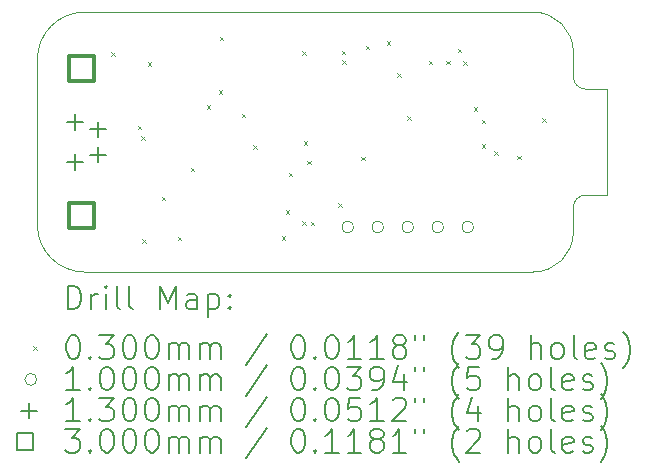
<source format=gbr>
%TF.GenerationSoftware,KiCad,Pcbnew,8.0.8*%
%TF.CreationDate,2025-02-03T14:21:23+01:00*%
%TF.ProjectId,TTS,5454532e-6b69-4636-9164-5f7063625858,rev?*%
%TF.SameCoordinates,PX2255100PY2ebae40*%
%TF.FileFunction,Drillmap*%
%TF.FilePolarity,Positive*%
%FSLAX45Y45*%
G04 Gerber Fmt 4.5, Leading zero omitted, Abs format (unit mm)*
G04 Created by KiCad (PCBNEW 8.0.8) date 2025-02-03 14:21:23*
%MOMM*%
%LPD*%
G01*
G04 APERTURE LIST*
%ADD10C,0.100000*%
%ADD11C,0.200000*%
%ADD12C,0.130000*%
%ADD13C,0.300000*%
G04 APERTURE END LIST*
D10*
X14100000Y1900000D02*
G75*
G02*
X14439120Y1561000I60J-339060D01*
G01*
X10300000Y-300000D02*
G75*
G02*
X9900000Y100000I0J400000D01*
G01*
X14720000Y1250000D02*
X14720000Y350000D01*
X9900000Y1500000D02*
G75*
G02*
X10300000Y1900000I400000J0D01*
G01*
X10300000Y1900000D02*
X14100000Y1900000D01*
X14539004Y1250000D02*
X14720000Y1250000D01*
X14539004Y1250000D02*
G75*
G02*
X14439120Y1350000I116J100000D01*
G01*
X14439125Y1350000D02*
X14439125Y1561000D01*
X14439125Y39000D02*
G75*
G02*
X14100000Y-300005I-339065J60D01*
G01*
X14100000Y-300000D02*
X10300000Y-300000D01*
X9900000Y1500000D02*
X9900000Y100000D01*
X14539004Y350000D02*
X14720000Y350000D01*
X14439125Y250000D02*
G75*
G02*
X14539004Y349995I99995J0D01*
G01*
X14439125Y250000D02*
X14439125Y39000D01*
D11*
D10*
X10524000Y1562000D02*
X10554000Y1532000D01*
X10554000Y1562000D02*
X10524000Y1532000D01*
X10751000Y940000D02*
X10781000Y910000D01*
X10781000Y940000D02*
X10751000Y910000D01*
X10778000Y851000D02*
X10808000Y821000D01*
X10808000Y851000D02*
X10778000Y821000D01*
X10787000Y-24000D02*
X10817000Y-54000D01*
X10817000Y-24000D02*
X10787000Y-54000D01*
X10833000Y1474000D02*
X10863000Y1444000D01*
X10863000Y1474000D02*
X10833000Y1444000D01*
X10953000Y337000D02*
X10983000Y307000D01*
X10983000Y337000D02*
X10953000Y307000D01*
X11087000Y-3000D02*
X11117000Y-33000D01*
X11117000Y-3000D02*
X11087000Y-33000D01*
X11198000Y584000D02*
X11228000Y554000D01*
X11228000Y584000D02*
X11198000Y554000D01*
X11335938Y1111000D02*
X11365938Y1081000D01*
X11365938Y1111000D02*
X11335938Y1081000D01*
X11437000Y1237000D02*
X11467000Y1207000D01*
X11467000Y1237000D02*
X11437000Y1207000D01*
X11443000Y1692000D02*
X11473000Y1662000D01*
X11473000Y1692000D02*
X11443000Y1662000D01*
X11630000Y1039000D02*
X11660000Y1009000D01*
X11660000Y1039000D02*
X11630000Y1009000D01*
X11726000Y774000D02*
X11756000Y744000D01*
X11756000Y774000D02*
X11726000Y744000D01*
X11968000Y3000D02*
X11998000Y-27000D01*
X11998000Y3000D02*
X11968000Y-27000D01*
X12004000Y225000D02*
X12034000Y195000D01*
X12034000Y225000D02*
X12004000Y195000D01*
X12028000Y542000D02*
X12058000Y512000D01*
X12058000Y542000D02*
X12028000Y512000D01*
X12144500Y1570000D02*
X12174500Y1540000D01*
X12174500Y1570000D02*
X12144500Y1540000D01*
X12145000Y128000D02*
X12175000Y98000D01*
X12175000Y128000D02*
X12145000Y98000D01*
X12154000Y805000D02*
X12184000Y775000D01*
X12184000Y805000D02*
X12154000Y775000D01*
X12187000Y641000D02*
X12217000Y611000D01*
X12217000Y641000D02*
X12187000Y611000D01*
X12214988Y126704D02*
X12244988Y96704D01*
X12244988Y126704D02*
X12214988Y96704D01*
X12447464Y284486D02*
X12477464Y254486D01*
X12477464Y284486D02*
X12447464Y254486D01*
X12477500Y1572500D02*
X12507500Y1542500D01*
X12507500Y1572500D02*
X12477500Y1542500D01*
X12479500Y1495000D02*
X12509500Y1465000D01*
X12509500Y1495000D02*
X12479500Y1465000D01*
X12640000Y676000D02*
X12670000Y646000D01*
X12670000Y676000D02*
X12640000Y646000D01*
X12680000Y1616000D02*
X12710000Y1586000D01*
X12710000Y1616000D02*
X12680000Y1586000D01*
X12857836Y1654836D02*
X12887836Y1624836D01*
X12887836Y1654836D02*
X12857836Y1624836D01*
X12945000Y1382353D02*
X12975000Y1352353D01*
X12975000Y1382353D02*
X12945000Y1352353D01*
X13032000Y1020000D02*
X13062000Y990000D01*
X13062000Y1020000D02*
X13032000Y990000D01*
X13214500Y1490000D02*
X13244500Y1460000D01*
X13244500Y1490000D02*
X13214500Y1460000D01*
X13363500Y1488000D02*
X13393500Y1458000D01*
X13393500Y1488000D02*
X13363500Y1458000D01*
X13460000Y1590000D02*
X13490000Y1560000D01*
X13490000Y1590000D02*
X13460000Y1560000D01*
X13507500Y1483000D02*
X13537500Y1453000D01*
X13537500Y1483000D02*
X13507500Y1453000D01*
X13595000Y1094000D02*
X13625000Y1064000D01*
X13625000Y1094000D02*
X13595000Y1064000D01*
X13662000Y784000D02*
X13692000Y754000D01*
X13692000Y784000D02*
X13662000Y754000D01*
X13663000Y988000D02*
X13693000Y958000D01*
X13693000Y988000D02*
X13663000Y958000D01*
X13769000Y724000D02*
X13799000Y694000D01*
X13799000Y724000D02*
X13769000Y694000D01*
X13961000Y683000D02*
X13991000Y653000D01*
X13991000Y683000D02*
X13961000Y653000D01*
X14173000Y1003000D02*
X14203000Y973000D01*
X14203000Y1003000D02*
X14173000Y973000D01*
X12578000Y81000D02*
G75*
G02*
X12478000Y81000I-50000J0D01*
G01*
X12478000Y81000D02*
G75*
G02*
X12578000Y81000I50000J0D01*
G01*
X12832000Y81000D02*
G75*
G02*
X12732000Y81000I-50000J0D01*
G01*
X12732000Y81000D02*
G75*
G02*
X12832000Y81000I50000J0D01*
G01*
X13086000Y81000D02*
G75*
G02*
X12986000Y81000I-50000J0D01*
G01*
X12986000Y81000D02*
G75*
G02*
X13086000Y81000I50000J0D01*
G01*
X13340000Y81000D02*
G75*
G02*
X13240000Y81000I-50000J0D01*
G01*
X13240000Y81000D02*
G75*
G02*
X13340000Y81000I50000J0D01*
G01*
X13594000Y81000D02*
G75*
G02*
X13494000Y81000I-50000J0D01*
G01*
X13494000Y81000D02*
G75*
G02*
X13594000Y81000I50000J0D01*
G01*
D12*
X10220000Y1035000D02*
X10220000Y905000D01*
X10155000Y970000D02*
X10285000Y970000D01*
X10220000Y695000D02*
X10220000Y565000D01*
X10155000Y630000D02*
X10285000Y630000D01*
X10415000Y972500D02*
X10415000Y842500D01*
X10350000Y907500D02*
X10480000Y907500D01*
X10415000Y757500D02*
X10415000Y627500D01*
X10350000Y692500D02*
X10480000Y692500D01*
D13*
X10376067Y1318933D02*
X10376067Y1531067D01*
X10163933Y1531067D01*
X10163933Y1318933D01*
X10376067Y1318933D01*
X10376067Y68933D02*
X10376067Y281067D01*
X10163933Y281067D01*
X10163933Y68933D01*
X10376067Y68933D01*
D11*
X10155777Y-616489D02*
X10155777Y-416489D01*
X10155777Y-416489D02*
X10203396Y-416489D01*
X10203396Y-416489D02*
X10231967Y-426012D01*
X10231967Y-426012D02*
X10251015Y-445060D01*
X10251015Y-445060D02*
X10260539Y-464108D01*
X10260539Y-464108D02*
X10270063Y-502203D01*
X10270063Y-502203D02*
X10270063Y-530774D01*
X10270063Y-530774D02*
X10260539Y-568870D01*
X10260539Y-568870D02*
X10251015Y-587917D01*
X10251015Y-587917D02*
X10231967Y-606965D01*
X10231967Y-606965D02*
X10203396Y-616489D01*
X10203396Y-616489D02*
X10155777Y-616489D01*
X10355777Y-616489D02*
X10355777Y-483155D01*
X10355777Y-521251D02*
X10365301Y-502203D01*
X10365301Y-502203D02*
X10374824Y-492679D01*
X10374824Y-492679D02*
X10393872Y-483155D01*
X10393872Y-483155D02*
X10412920Y-483155D01*
X10479586Y-616489D02*
X10479586Y-483155D01*
X10479586Y-416489D02*
X10470063Y-426012D01*
X10470063Y-426012D02*
X10479586Y-435536D01*
X10479586Y-435536D02*
X10489110Y-426012D01*
X10489110Y-426012D02*
X10479586Y-416489D01*
X10479586Y-416489D02*
X10479586Y-435536D01*
X10603396Y-616489D02*
X10584348Y-606965D01*
X10584348Y-606965D02*
X10574824Y-587917D01*
X10574824Y-587917D02*
X10574824Y-416489D01*
X10708158Y-616489D02*
X10689110Y-606965D01*
X10689110Y-606965D02*
X10679586Y-587917D01*
X10679586Y-587917D02*
X10679586Y-416489D01*
X10936729Y-616489D02*
X10936729Y-416489D01*
X10936729Y-416489D02*
X11003396Y-559346D01*
X11003396Y-559346D02*
X11070063Y-416489D01*
X11070063Y-416489D02*
X11070063Y-616489D01*
X11251015Y-616489D02*
X11251015Y-511727D01*
X11251015Y-511727D02*
X11241491Y-492679D01*
X11241491Y-492679D02*
X11222443Y-483155D01*
X11222443Y-483155D02*
X11184348Y-483155D01*
X11184348Y-483155D02*
X11165301Y-492679D01*
X11251015Y-606965D02*
X11231967Y-616489D01*
X11231967Y-616489D02*
X11184348Y-616489D01*
X11184348Y-616489D02*
X11165301Y-606965D01*
X11165301Y-606965D02*
X11155777Y-587917D01*
X11155777Y-587917D02*
X11155777Y-568870D01*
X11155777Y-568870D02*
X11165301Y-549822D01*
X11165301Y-549822D02*
X11184348Y-540298D01*
X11184348Y-540298D02*
X11231967Y-540298D01*
X11231967Y-540298D02*
X11251015Y-530774D01*
X11346253Y-483155D02*
X11346253Y-683155D01*
X11346253Y-492679D02*
X11365301Y-483155D01*
X11365301Y-483155D02*
X11403396Y-483155D01*
X11403396Y-483155D02*
X11422443Y-492679D01*
X11422443Y-492679D02*
X11431967Y-502203D01*
X11431967Y-502203D02*
X11441491Y-521251D01*
X11441491Y-521251D02*
X11441491Y-578393D01*
X11441491Y-578393D02*
X11431967Y-597441D01*
X11431967Y-597441D02*
X11422443Y-606965D01*
X11422443Y-606965D02*
X11403396Y-616489D01*
X11403396Y-616489D02*
X11365301Y-616489D01*
X11365301Y-616489D02*
X11346253Y-606965D01*
X11527205Y-597441D02*
X11536729Y-606965D01*
X11536729Y-606965D02*
X11527205Y-616489D01*
X11527205Y-616489D02*
X11517682Y-606965D01*
X11517682Y-606965D02*
X11527205Y-597441D01*
X11527205Y-597441D02*
X11527205Y-616489D01*
X11527205Y-492679D02*
X11536729Y-502203D01*
X11536729Y-502203D02*
X11527205Y-511727D01*
X11527205Y-511727D02*
X11517682Y-502203D01*
X11517682Y-502203D02*
X11527205Y-492679D01*
X11527205Y-492679D02*
X11527205Y-511727D01*
D10*
X9865000Y-930005D02*
X9895000Y-960005D01*
X9895000Y-930005D02*
X9865000Y-960005D01*
D11*
X10193872Y-836489D02*
X10212920Y-836489D01*
X10212920Y-836489D02*
X10231967Y-846012D01*
X10231967Y-846012D02*
X10241491Y-855536D01*
X10241491Y-855536D02*
X10251015Y-874584D01*
X10251015Y-874584D02*
X10260539Y-912679D01*
X10260539Y-912679D02*
X10260539Y-960298D01*
X10260539Y-960298D02*
X10251015Y-998393D01*
X10251015Y-998393D02*
X10241491Y-1017441D01*
X10241491Y-1017441D02*
X10231967Y-1026965D01*
X10231967Y-1026965D02*
X10212920Y-1036489D01*
X10212920Y-1036489D02*
X10193872Y-1036489D01*
X10193872Y-1036489D02*
X10174824Y-1026965D01*
X10174824Y-1026965D02*
X10165301Y-1017441D01*
X10165301Y-1017441D02*
X10155777Y-998393D01*
X10155777Y-998393D02*
X10146253Y-960298D01*
X10146253Y-960298D02*
X10146253Y-912679D01*
X10146253Y-912679D02*
X10155777Y-874584D01*
X10155777Y-874584D02*
X10165301Y-855536D01*
X10165301Y-855536D02*
X10174824Y-846012D01*
X10174824Y-846012D02*
X10193872Y-836489D01*
X10346253Y-1017441D02*
X10355777Y-1026965D01*
X10355777Y-1026965D02*
X10346253Y-1036489D01*
X10346253Y-1036489D02*
X10336729Y-1026965D01*
X10336729Y-1026965D02*
X10346253Y-1017441D01*
X10346253Y-1017441D02*
X10346253Y-1036489D01*
X10422444Y-836489D02*
X10546253Y-836489D01*
X10546253Y-836489D02*
X10479586Y-912679D01*
X10479586Y-912679D02*
X10508158Y-912679D01*
X10508158Y-912679D02*
X10527205Y-922203D01*
X10527205Y-922203D02*
X10536729Y-931727D01*
X10536729Y-931727D02*
X10546253Y-950774D01*
X10546253Y-950774D02*
X10546253Y-998393D01*
X10546253Y-998393D02*
X10536729Y-1017441D01*
X10536729Y-1017441D02*
X10527205Y-1026965D01*
X10527205Y-1026965D02*
X10508158Y-1036489D01*
X10508158Y-1036489D02*
X10451015Y-1036489D01*
X10451015Y-1036489D02*
X10431967Y-1026965D01*
X10431967Y-1026965D02*
X10422444Y-1017441D01*
X10670063Y-836489D02*
X10689110Y-836489D01*
X10689110Y-836489D02*
X10708158Y-846012D01*
X10708158Y-846012D02*
X10717682Y-855536D01*
X10717682Y-855536D02*
X10727205Y-874584D01*
X10727205Y-874584D02*
X10736729Y-912679D01*
X10736729Y-912679D02*
X10736729Y-960298D01*
X10736729Y-960298D02*
X10727205Y-998393D01*
X10727205Y-998393D02*
X10717682Y-1017441D01*
X10717682Y-1017441D02*
X10708158Y-1026965D01*
X10708158Y-1026965D02*
X10689110Y-1036489D01*
X10689110Y-1036489D02*
X10670063Y-1036489D01*
X10670063Y-1036489D02*
X10651015Y-1026965D01*
X10651015Y-1026965D02*
X10641491Y-1017441D01*
X10641491Y-1017441D02*
X10631967Y-998393D01*
X10631967Y-998393D02*
X10622444Y-960298D01*
X10622444Y-960298D02*
X10622444Y-912679D01*
X10622444Y-912679D02*
X10631967Y-874584D01*
X10631967Y-874584D02*
X10641491Y-855536D01*
X10641491Y-855536D02*
X10651015Y-846012D01*
X10651015Y-846012D02*
X10670063Y-836489D01*
X10860539Y-836489D02*
X10879586Y-836489D01*
X10879586Y-836489D02*
X10898634Y-846012D01*
X10898634Y-846012D02*
X10908158Y-855536D01*
X10908158Y-855536D02*
X10917682Y-874584D01*
X10917682Y-874584D02*
X10927205Y-912679D01*
X10927205Y-912679D02*
X10927205Y-960298D01*
X10927205Y-960298D02*
X10917682Y-998393D01*
X10917682Y-998393D02*
X10908158Y-1017441D01*
X10908158Y-1017441D02*
X10898634Y-1026965D01*
X10898634Y-1026965D02*
X10879586Y-1036489D01*
X10879586Y-1036489D02*
X10860539Y-1036489D01*
X10860539Y-1036489D02*
X10841491Y-1026965D01*
X10841491Y-1026965D02*
X10831967Y-1017441D01*
X10831967Y-1017441D02*
X10822444Y-998393D01*
X10822444Y-998393D02*
X10812920Y-960298D01*
X10812920Y-960298D02*
X10812920Y-912679D01*
X10812920Y-912679D02*
X10822444Y-874584D01*
X10822444Y-874584D02*
X10831967Y-855536D01*
X10831967Y-855536D02*
X10841491Y-846012D01*
X10841491Y-846012D02*
X10860539Y-836489D01*
X11012920Y-1036489D02*
X11012920Y-903155D01*
X11012920Y-922203D02*
X11022444Y-912679D01*
X11022444Y-912679D02*
X11041491Y-903155D01*
X11041491Y-903155D02*
X11070063Y-903155D01*
X11070063Y-903155D02*
X11089110Y-912679D01*
X11089110Y-912679D02*
X11098634Y-931727D01*
X11098634Y-931727D02*
X11098634Y-1036489D01*
X11098634Y-931727D02*
X11108158Y-912679D01*
X11108158Y-912679D02*
X11127205Y-903155D01*
X11127205Y-903155D02*
X11155777Y-903155D01*
X11155777Y-903155D02*
X11174825Y-912679D01*
X11174825Y-912679D02*
X11184348Y-931727D01*
X11184348Y-931727D02*
X11184348Y-1036489D01*
X11279586Y-1036489D02*
X11279586Y-903155D01*
X11279586Y-922203D02*
X11289110Y-912679D01*
X11289110Y-912679D02*
X11308158Y-903155D01*
X11308158Y-903155D02*
X11336729Y-903155D01*
X11336729Y-903155D02*
X11355777Y-912679D01*
X11355777Y-912679D02*
X11365301Y-931727D01*
X11365301Y-931727D02*
X11365301Y-1036489D01*
X11365301Y-931727D02*
X11374824Y-912679D01*
X11374824Y-912679D02*
X11393872Y-903155D01*
X11393872Y-903155D02*
X11422443Y-903155D01*
X11422443Y-903155D02*
X11441491Y-912679D01*
X11441491Y-912679D02*
X11451015Y-931727D01*
X11451015Y-931727D02*
X11451015Y-1036489D01*
X11841491Y-826965D02*
X11670063Y-1084108D01*
X12098634Y-836489D02*
X12117682Y-836489D01*
X12117682Y-836489D02*
X12136729Y-846012D01*
X12136729Y-846012D02*
X12146253Y-855536D01*
X12146253Y-855536D02*
X12155777Y-874584D01*
X12155777Y-874584D02*
X12165301Y-912679D01*
X12165301Y-912679D02*
X12165301Y-960298D01*
X12165301Y-960298D02*
X12155777Y-998393D01*
X12155777Y-998393D02*
X12146253Y-1017441D01*
X12146253Y-1017441D02*
X12136729Y-1026965D01*
X12136729Y-1026965D02*
X12117682Y-1036489D01*
X12117682Y-1036489D02*
X12098634Y-1036489D01*
X12098634Y-1036489D02*
X12079586Y-1026965D01*
X12079586Y-1026965D02*
X12070063Y-1017441D01*
X12070063Y-1017441D02*
X12060539Y-998393D01*
X12060539Y-998393D02*
X12051015Y-960298D01*
X12051015Y-960298D02*
X12051015Y-912679D01*
X12051015Y-912679D02*
X12060539Y-874584D01*
X12060539Y-874584D02*
X12070063Y-855536D01*
X12070063Y-855536D02*
X12079586Y-846012D01*
X12079586Y-846012D02*
X12098634Y-836489D01*
X12251015Y-1017441D02*
X12260539Y-1026965D01*
X12260539Y-1026965D02*
X12251015Y-1036489D01*
X12251015Y-1036489D02*
X12241491Y-1026965D01*
X12241491Y-1026965D02*
X12251015Y-1017441D01*
X12251015Y-1017441D02*
X12251015Y-1036489D01*
X12384348Y-836489D02*
X12403396Y-836489D01*
X12403396Y-836489D02*
X12422444Y-846012D01*
X12422444Y-846012D02*
X12431967Y-855536D01*
X12431967Y-855536D02*
X12441491Y-874584D01*
X12441491Y-874584D02*
X12451015Y-912679D01*
X12451015Y-912679D02*
X12451015Y-960298D01*
X12451015Y-960298D02*
X12441491Y-998393D01*
X12441491Y-998393D02*
X12431967Y-1017441D01*
X12431967Y-1017441D02*
X12422444Y-1026965D01*
X12422444Y-1026965D02*
X12403396Y-1036489D01*
X12403396Y-1036489D02*
X12384348Y-1036489D01*
X12384348Y-1036489D02*
X12365301Y-1026965D01*
X12365301Y-1026965D02*
X12355777Y-1017441D01*
X12355777Y-1017441D02*
X12346253Y-998393D01*
X12346253Y-998393D02*
X12336729Y-960298D01*
X12336729Y-960298D02*
X12336729Y-912679D01*
X12336729Y-912679D02*
X12346253Y-874584D01*
X12346253Y-874584D02*
X12355777Y-855536D01*
X12355777Y-855536D02*
X12365301Y-846012D01*
X12365301Y-846012D02*
X12384348Y-836489D01*
X12641491Y-1036489D02*
X12527206Y-1036489D01*
X12584348Y-1036489D02*
X12584348Y-836489D01*
X12584348Y-836489D02*
X12565301Y-865060D01*
X12565301Y-865060D02*
X12546253Y-884108D01*
X12546253Y-884108D02*
X12527206Y-893631D01*
X12831967Y-1036489D02*
X12717682Y-1036489D01*
X12774825Y-1036489D02*
X12774825Y-836489D01*
X12774825Y-836489D02*
X12755777Y-865060D01*
X12755777Y-865060D02*
X12736729Y-884108D01*
X12736729Y-884108D02*
X12717682Y-893631D01*
X12946253Y-922203D02*
X12927206Y-912679D01*
X12927206Y-912679D02*
X12917682Y-903155D01*
X12917682Y-903155D02*
X12908158Y-884108D01*
X12908158Y-884108D02*
X12908158Y-874584D01*
X12908158Y-874584D02*
X12917682Y-855536D01*
X12917682Y-855536D02*
X12927206Y-846012D01*
X12927206Y-846012D02*
X12946253Y-836489D01*
X12946253Y-836489D02*
X12984348Y-836489D01*
X12984348Y-836489D02*
X13003396Y-846012D01*
X13003396Y-846012D02*
X13012920Y-855536D01*
X13012920Y-855536D02*
X13022444Y-874584D01*
X13022444Y-874584D02*
X13022444Y-884108D01*
X13022444Y-884108D02*
X13012920Y-903155D01*
X13012920Y-903155D02*
X13003396Y-912679D01*
X13003396Y-912679D02*
X12984348Y-922203D01*
X12984348Y-922203D02*
X12946253Y-922203D01*
X12946253Y-922203D02*
X12927206Y-931727D01*
X12927206Y-931727D02*
X12917682Y-941251D01*
X12917682Y-941251D02*
X12908158Y-960298D01*
X12908158Y-960298D02*
X12908158Y-998393D01*
X12908158Y-998393D02*
X12917682Y-1017441D01*
X12917682Y-1017441D02*
X12927206Y-1026965D01*
X12927206Y-1026965D02*
X12946253Y-1036489D01*
X12946253Y-1036489D02*
X12984348Y-1036489D01*
X12984348Y-1036489D02*
X13003396Y-1026965D01*
X13003396Y-1026965D02*
X13012920Y-1017441D01*
X13012920Y-1017441D02*
X13022444Y-998393D01*
X13022444Y-998393D02*
X13022444Y-960298D01*
X13022444Y-960298D02*
X13012920Y-941251D01*
X13012920Y-941251D02*
X13003396Y-931727D01*
X13003396Y-931727D02*
X12984348Y-922203D01*
X13098634Y-836489D02*
X13098634Y-874584D01*
X13174825Y-836489D02*
X13174825Y-874584D01*
X13470063Y-1112679D02*
X13460539Y-1103155D01*
X13460539Y-1103155D02*
X13441491Y-1074584D01*
X13441491Y-1074584D02*
X13431968Y-1055536D01*
X13431968Y-1055536D02*
X13422444Y-1026965D01*
X13422444Y-1026965D02*
X13412920Y-979346D01*
X13412920Y-979346D02*
X13412920Y-941251D01*
X13412920Y-941251D02*
X13422444Y-893631D01*
X13422444Y-893631D02*
X13431968Y-865060D01*
X13431968Y-865060D02*
X13441491Y-846012D01*
X13441491Y-846012D02*
X13460539Y-817441D01*
X13460539Y-817441D02*
X13470063Y-807917D01*
X13527206Y-836489D02*
X13651015Y-836489D01*
X13651015Y-836489D02*
X13584348Y-912679D01*
X13584348Y-912679D02*
X13612920Y-912679D01*
X13612920Y-912679D02*
X13631968Y-922203D01*
X13631968Y-922203D02*
X13641491Y-931727D01*
X13641491Y-931727D02*
X13651015Y-950774D01*
X13651015Y-950774D02*
X13651015Y-998393D01*
X13651015Y-998393D02*
X13641491Y-1017441D01*
X13641491Y-1017441D02*
X13631968Y-1026965D01*
X13631968Y-1026965D02*
X13612920Y-1036489D01*
X13612920Y-1036489D02*
X13555777Y-1036489D01*
X13555777Y-1036489D02*
X13536729Y-1026965D01*
X13536729Y-1026965D02*
X13527206Y-1017441D01*
X13746253Y-1036489D02*
X13784348Y-1036489D01*
X13784348Y-1036489D02*
X13803396Y-1026965D01*
X13803396Y-1026965D02*
X13812920Y-1017441D01*
X13812920Y-1017441D02*
X13831968Y-988870D01*
X13831968Y-988870D02*
X13841491Y-950774D01*
X13841491Y-950774D02*
X13841491Y-874584D01*
X13841491Y-874584D02*
X13831968Y-855536D01*
X13831968Y-855536D02*
X13822444Y-846012D01*
X13822444Y-846012D02*
X13803396Y-836489D01*
X13803396Y-836489D02*
X13765301Y-836489D01*
X13765301Y-836489D02*
X13746253Y-846012D01*
X13746253Y-846012D02*
X13736729Y-855536D01*
X13736729Y-855536D02*
X13727206Y-874584D01*
X13727206Y-874584D02*
X13727206Y-922203D01*
X13727206Y-922203D02*
X13736729Y-941251D01*
X13736729Y-941251D02*
X13746253Y-950774D01*
X13746253Y-950774D02*
X13765301Y-960298D01*
X13765301Y-960298D02*
X13803396Y-960298D01*
X13803396Y-960298D02*
X13822444Y-950774D01*
X13822444Y-950774D02*
X13831968Y-941251D01*
X13831968Y-941251D02*
X13841491Y-922203D01*
X14079587Y-1036489D02*
X14079587Y-836489D01*
X14165301Y-1036489D02*
X14165301Y-931727D01*
X14165301Y-931727D02*
X14155777Y-912679D01*
X14155777Y-912679D02*
X14136730Y-903155D01*
X14136730Y-903155D02*
X14108158Y-903155D01*
X14108158Y-903155D02*
X14089110Y-912679D01*
X14089110Y-912679D02*
X14079587Y-922203D01*
X14289110Y-1036489D02*
X14270063Y-1026965D01*
X14270063Y-1026965D02*
X14260539Y-1017441D01*
X14260539Y-1017441D02*
X14251015Y-998393D01*
X14251015Y-998393D02*
X14251015Y-941251D01*
X14251015Y-941251D02*
X14260539Y-922203D01*
X14260539Y-922203D02*
X14270063Y-912679D01*
X14270063Y-912679D02*
X14289110Y-903155D01*
X14289110Y-903155D02*
X14317682Y-903155D01*
X14317682Y-903155D02*
X14336730Y-912679D01*
X14336730Y-912679D02*
X14346253Y-922203D01*
X14346253Y-922203D02*
X14355777Y-941251D01*
X14355777Y-941251D02*
X14355777Y-998393D01*
X14355777Y-998393D02*
X14346253Y-1017441D01*
X14346253Y-1017441D02*
X14336730Y-1026965D01*
X14336730Y-1026965D02*
X14317682Y-1036489D01*
X14317682Y-1036489D02*
X14289110Y-1036489D01*
X14470063Y-1036489D02*
X14451015Y-1026965D01*
X14451015Y-1026965D02*
X14441491Y-1007917D01*
X14441491Y-1007917D02*
X14441491Y-836489D01*
X14622444Y-1026965D02*
X14603396Y-1036489D01*
X14603396Y-1036489D02*
X14565301Y-1036489D01*
X14565301Y-1036489D02*
X14546253Y-1026965D01*
X14546253Y-1026965D02*
X14536730Y-1007917D01*
X14536730Y-1007917D02*
X14536730Y-931727D01*
X14536730Y-931727D02*
X14546253Y-912679D01*
X14546253Y-912679D02*
X14565301Y-903155D01*
X14565301Y-903155D02*
X14603396Y-903155D01*
X14603396Y-903155D02*
X14622444Y-912679D01*
X14622444Y-912679D02*
X14631968Y-931727D01*
X14631968Y-931727D02*
X14631968Y-950774D01*
X14631968Y-950774D02*
X14536730Y-969822D01*
X14708158Y-1026965D02*
X14727206Y-1036489D01*
X14727206Y-1036489D02*
X14765301Y-1036489D01*
X14765301Y-1036489D02*
X14784349Y-1026965D01*
X14784349Y-1026965D02*
X14793872Y-1007917D01*
X14793872Y-1007917D02*
X14793872Y-998393D01*
X14793872Y-998393D02*
X14784349Y-979346D01*
X14784349Y-979346D02*
X14765301Y-969822D01*
X14765301Y-969822D02*
X14736730Y-969822D01*
X14736730Y-969822D02*
X14717682Y-960298D01*
X14717682Y-960298D02*
X14708158Y-941251D01*
X14708158Y-941251D02*
X14708158Y-931727D01*
X14708158Y-931727D02*
X14717682Y-912679D01*
X14717682Y-912679D02*
X14736730Y-903155D01*
X14736730Y-903155D02*
X14765301Y-903155D01*
X14765301Y-903155D02*
X14784349Y-912679D01*
X14860539Y-1112679D02*
X14870063Y-1103155D01*
X14870063Y-1103155D02*
X14889111Y-1074584D01*
X14889111Y-1074584D02*
X14898634Y-1055536D01*
X14898634Y-1055536D02*
X14908158Y-1026965D01*
X14908158Y-1026965D02*
X14917682Y-979346D01*
X14917682Y-979346D02*
X14917682Y-941251D01*
X14917682Y-941251D02*
X14908158Y-893631D01*
X14908158Y-893631D02*
X14898634Y-865060D01*
X14898634Y-865060D02*
X14889111Y-846012D01*
X14889111Y-846012D02*
X14870063Y-817441D01*
X14870063Y-817441D02*
X14860539Y-807917D01*
D10*
X9895000Y-1209005D02*
G75*
G02*
X9795000Y-1209005I-50000J0D01*
G01*
X9795000Y-1209005D02*
G75*
G02*
X9895000Y-1209005I50000J0D01*
G01*
D11*
X10260539Y-1300489D02*
X10146253Y-1300489D01*
X10203396Y-1300489D02*
X10203396Y-1100489D01*
X10203396Y-1100489D02*
X10184348Y-1129060D01*
X10184348Y-1129060D02*
X10165301Y-1148108D01*
X10165301Y-1148108D02*
X10146253Y-1157632D01*
X10346253Y-1281441D02*
X10355777Y-1290965D01*
X10355777Y-1290965D02*
X10346253Y-1300489D01*
X10346253Y-1300489D02*
X10336729Y-1290965D01*
X10336729Y-1290965D02*
X10346253Y-1281441D01*
X10346253Y-1281441D02*
X10346253Y-1300489D01*
X10479586Y-1100489D02*
X10498634Y-1100489D01*
X10498634Y-1100489D02*
X10517682Y-1110013D01*
X10517682Y-1110013D02*
X10527205Y-1119536D01*
X10527205Y-1119536D02*
X10536729Y-1138584D01*
X10536729Y-1138584D02*
X10546253Y-1176679D01*
X10546253Y-1176679D02*
X10546253Y-1224298D01*
X10546253Y-1224298D02*
X10536729Y-1262393D01*
X10536729Y-1262393D02*
X10527205Y-1281441D01*
X10527205Y-1281441D02*
X10517682Y-1290965D01*
X10517682Y-1290965D02*
X10498634Y-1300489D01*
X10498634Y-1300489D02*
X10479586Y-1300489D01*
X10479586Y-1300489D02*
X10460539Y-1290965D01*
X10460539Y-1290965D02*
X10451015Y-1281441D01*
X10451015Y-1281441D02*
X10441491Y-1262393D01*
X10441491Y-1262393D02*
X10431967Y-1224298D01*
X10431967Y-1224298D02*
X10431967Y-1176679D01*
X10431967Y-1176679D02*
X10441491Y-1138584D01*
X10441491Y-1138584D02*
X10451015Y-1119536D01*
X10451015Y-1119536D02*
X10460539Y-1110013D01*
X10460539Y-1110013D02*
X10479586Y-1100489D01*
X10670063Y-1100489D02*
X10689110Y-1100489D01*
X10689110Y-1100489D02*
X10708158Y-1110013D01*
X10708158Y-1110013D02*
X10717682Y-1119536D01*
X10717682Y-1119536D02*
X10727205Y-1138584D01*
X10727205Y-1138584D02*
X10736729Y-1176679D01*
X10736729Y-1176679D02*
X10736729Y-1224298D01*
X10736729Y-1224298D02*
X10727205Y-1262393D01*
X10727205Y-1262393D02*
X10717682Y-1281441D01*
X10717682Y-1281441D02*
X10708158Y-1290965D01*
X10708158Y-1290965D02*
X10689110Y-1300489D01*
X10689110Y-1300489D02*
X10670063Y-1300489D01*
X10670063Y-1300489D02*
X10651015Y-1290965D01*
X10651015Y-1290965D02*
X10641491Y-1281441D01*
X10641491Y-1281441D02*
X10631967Y-1262393D01*
X10631967Y-1262393D02*
X10622444Y-1224298D01*
X10622444Y-1224298D02*
X10622444Y-1176679D01*
X10622444Y-1176679D02*
X10631967Y-1138584D01*
X10631967Y-1138584D02*
X10641491Y-1119536D01*
X10641491Y-1119536D02*
X10651015Y-1110013D01*
X10651015Y-1110013D02*
X10670063Y-1100489D01*
X10860539Y-1100489D02*
X10879586Y-1100489D01*
X10879586Y-1100489D02*
X10898634Y-1110013D01*
X10898634Y-1110013D02*
X10908158Y-1119536D01*
X10908158Y-1119536D02*
X10917682Y-1138584D01*
X10917682Y-1138584D02*
X10927205Y-1176679D01*
X10927205Y-1176679D02*
X10927205Y-1224298D01*
X10927205Y-1224298D02*
X10917682Y-1262393D01*
X10917682Y-1262393D02*
X10908158Y-1281441D01*
X10908158Y-1281441D02*
X10898634Y-1290965D01*
X10898634Y-1290965D02*
X10879586Y-1300489D01*
X10879586Y-1300489D02*
X10860539Y-1300489D01*
X10860539Y-1300489D02*
X10841491Y-1290965D01*
X10841491Y-1290965D02*
X10831967Y-1281441D01*
X10831967Y-1281441D02*
X10822444Y-1262393D01*
X10822444Y-1262393D02*
X10812920Y-1224298D01*
X10812920Y-1224298D02*
X10812920Y-1176679D01*
X10812920Y-1176679D02*
X10822444Y-1138584D01*
X10822444Y-1138584D02*
X10831967Y-1119536D01*
X10831967Y-1119536D02*
X10841491Y-1110013D01*
X10841491Y-1110013D02*
X10860539Y-1100489D01*
X11012920Y-1300489D02*
X11012920Y-1167155D01*
X11012920Y-1186203D02*
X11022444Y-1176679D01*
X11022444Y-1176679D02*
X11041491Y-1167155D01*
X11041491Y-1167155D02*
X11070063Y-1167155D01*
X11070063Y-1167155D02*
X11089110Y-1176679D01*
X11089110Y-1176679D02*
X11098634Y-1195727D01*
X11098634Y-1195727D02*
X11098634Y-1300489D01*
X11098634Y-1195727D02*
X11108158Y-1176679D01*
X11108158Y-1176679D02*
X11127205Y-1167155D01*
X11127205Y-1167155D02*
X11155777Y-1167155D01*
X11155777Y-1167155D02*
X11174825Y-1176679D01*
X11174825Y-1176679D02*
X11184348Y-1195727D01*
X11184348Y-1195727D02*
X11184348Y-1300489D01*
X11279586Y-1300489D02*
X11279586Y-1167155D01*
X11279586Y-1186203D02*
X11289110Y-1176679D01*
X11289110Y-1176679D02*
X11308158Y-1167155D01*
X11308158Y-1167155D02*
X11336729Y-1167155D01*
X11336729Y-1167155D02*
X11355777Y-1176679D01*
X11355777Y-1176679D02*
X11365301Y-1195727D01*
X11365301Y-1195727D02*
X11365301Y-1300489D01*
X11365301Y-1195727D02*
X11374824Y-1176679D01*
X11374824Y-1176679D02*
X11393872Y-1167155D01*
X11393872Y-1167155D02*
X11422443Y-1167155D01*
X11422443Y-1167155D02*
X11441491Y-1176679D01*
X11441491Y-1176679D02*
X11451015Y-1195727D01*
X11451015Y-1195727D02*
X11451015Y-1300489D01*
X11841491Y-1090965D02*
X11670063Y-1348108D01*
X12098634Y-1100489D02*
X12117682Y-1100489D01*
X12117682Y-1100489D02*
X12136729Y-1110013D01*
X12136729Y-1110013D02*
X12146253Y-1119536D01*
X12146253Y-1119536D02*
X12155777Y-1138584D01*
X12155777Y-1138584D02*
X12165301Y-1176679D01*
X12165301Y-1176679D02*
X12165301Y-1224298D01*
X12165301Y-1224298D02*
X12155777Y-1262393D01*
X12155777Y-1262393D02*
X12146253Y-1281441D01*
X12146253Y-1281441D02*
X12136729Y-1290965D01*
X12136729Y-1290965D02*
X12117682Y-1300489D01*
X12117682Y-1300489D02*
X12098634Y-1300489D01*
X12098634Y-1300489D02*
X12079586Y-1290965D01*
X12079586Y-1290965D02*
X12070063Y-1281441D01*
X12070063Y-1281441D02*
X12060539Y-1262393D01*
X12060539Y-1262393D02*
X12051015Y-1224298D01*
X12051015Y-1224298D02*
X12051015Y-1176679D01*
X12051015Y-1176679D02*
X12060539Y-1138584D01*
X12060539Y-1138584D02*
X12070063Y-1119536D01*
X12070063Y-1119536D02*
X12079586Y-1110013D01*
X12079586Y-1110013D02*
X12098634Y-1100489D01*
X12251015Y-1281441D02*
X12260539Y-1290965D01*
X12260539Y-1290965D02*
X12251015Y-1300489D01*
X12251015Y-1300489D02*
X12241491Y-1290965D01*
X12241491Y-1290965D02*
X12251015Y-1281441D01*
X12251015Y-1281441D02*
X12251015Y-1300489D01*
X12384348Y-1100489D02*
X12403396Y-1100489D01*
X12403396Y-1100489D02*
X12422444Y-1110013D01*
X12422444Y-1110013D02*
X12431967Y-1119536D01*
X12431967Y-1119536D02*
X12441491Y-1138584D01*
X12441491Y-1138584D02*
X12451015Y-1176679D01*
X12451015Y-1176679D02*
X12451015Y-1224298D01*
X12451015Y-1224298D02*
X12441491Y-1262393D01*
X12441491Y-1262393D02*
X12431967Y-1281441D01*
X12431967Y-1281441D02*
X12422444Y-1290965D01*
X12422444Y-1290965D02*
X12403396Y-1300489D01*
X12403396Y-1300489D02*
X12384348Y-1300489D01*
X12384348Y-1300489D02*
X12365301Y-1290965D01*
X12365301Y-1290965D02*
X12355777Y-1281441D01*
X12355777Y-1281441D02*
X12346253Y-1262393D01*
X12346253Y-1262393D02*
X12336729Y-1224298D01*
X12336729Y-1224298D02*
X12336729Y-1176679D01*
X12336729Y-1176679D02*
X12346253Y-1138584D01*
X12346253Y-1138584D02*
X12355777Y-1119536D01*
X12355777Y-1119536D02*
X12365301Y-1110013D01*
X12365301Y-1110013D02*
X12384348Y-1100489D01*
X12517682Y-1100489D02*
X12641491Y-1100489D01*
X12641491Y-1100489D02*
X12574825Y-1176679D01*
X12574825Y-1176679D02*
X12603396Y-1176679D01*
X12603396Y-1176679D02*
X12622444Y-1186203D01*
X12622444Y-1186203D02*
X12631967Y-1195727D01*
X12631967Y-1195727D02*
X12641491Y-1214774D01*
X12641491Y-1214774D02*
X12641491Y-1262393D01*
X12641491Y-1262393D02*
X12631967Y-1281441D01*
X12631967Y-1281441D02*
X12622444Y-1290965D01*
X12622444Y-1290965D02*
X12603396Y-1300489D01*
X12603396Y-1300489D02*
X12546253Y-1300489D01*
X12546253Y-1300489D02*
X12527206Y-1290965D01*
X12527206Y-1290965D02*
X12517682Y-1281441D01*
X12736729Y-1300489D02*
X12774825Y-1300489D01*
X12774825Y-1300489D02*
X12793872Y-1290965D01*
X12793872Y-1290965D02*
X12803396Y-1281441D01*
X12803396Y-1281441D02*
X12822444Y-1252870D01*
X12822444Y-1252870D02*
X12831967Y-1214774D01*
X12831967Y-1214774D02*
X12831967Y-1138584D01*
X12831967Y-1138584D02*
X12822444Y-1119536D01*
X12822444Y-1119536D02*
X12812920Y-1110013D01*
X12812920Y-1110013D02*
X12793872Y-1100489D01*
X12793872Y-1100489D02*
X12755777Y-1100489D01*
X12755777Y-1100489D02*
X12736729Y-1110013D01*
X12736729Y-1110013D02*
X12727206Y-1119536D01*
X12727206Y-1119536D02*
X12717682Y-1138584D01*
X12717682Y-1138584D02*
X12717682Y-1186203D01*
X12717682Y-1186203D02*
X12727206Y-1205251D01*
X12727206Y-1205251D02*
X12736729Y-1214774D01*
X12736729Y-1214774D02*
X12755777Y-1224298D01*
X12755777Y-1224298D02*
X12793872Y-1224298D01*
X12793872Y-1224298D02*
X12812920Y-1214774D01*
X12812920Y-1214774D02*
X12822444Y-1205251D01*
X12822444Y-1205251D02*
X12831967Y-1186203D01*
X13003396Y-1167155D02*
X13003396Y-1300489D01*
X12955777Y-1090965D02*
X12908158Y-1233822D01*
X12908158Y-1233822D02*
X13031967Y-1233822D01*
X13098634Y-1100489D02*
X13098634Y-1138584D01*
X13174825Y-1100489D02*
X13174825Y-1138584D01*
X13470063Y-1376679D02*
X13460539Y-1367155D01*
X13460539Y-1367155D02*
X13441491Y-1338584D01*
X13441491Y-1338584D02*
X13431968Y-1319536D01*
X13431968Y-1319536D02*
X13422444Y-1290965D01*
X13422444Y-1290965D02*
X13412920Y-1243346D01*
X13412920Y-1243346D02*
X13412920Y-1205251D01*
X13412920Y-1205251D02*
X13422444Y-1157632D01*
X13422444Y-1157632D02*
X13431968Y-1129060D01*
X13431968Y-1129060D02*
X13441491Y-1110013D01*
X13441491Y-1110013D02*
X13460539Y-1081441D01*
X13460539Y-1081441D02*
X13470063Y-1071917D01*
X13641491Y-1100489D02*
X13546253Y-1100489D01*
X13546253Y-1100489D02*
X13536729Y-1195727D01*
X13536729Y-1195727D02*
X13546253Y-1186203D01*
X13546253Y-1186203D02*
X13565301Y-1176679D01*
X13565301Y-1176679D02*
X13612920Y-1176679D01*
X13612920Y-1176679D02*
X13631968Y-1186203D01*
X13631968Y-1186203D02*
X13641491Y-1195727D01*
X13641491Y-1195727D02*
X13651015Y-1214774D01*
X13651015Y-1214774D02*
X13651015Y-1262393D01*
X13651015Y-1262393D02*
X13641491Y-1281441D01*
X13641491Y-1281441D02*
X13631968Y-1290965D01*
X13631968Y-1290965D02*
X13612920Y-1300489D01*
X13612920Y-1300489D02*
X13565301Y-1300489D01*
X13565301Y-1300489D02*
X13546253Y-1290965D01*
X13546253Y-1290965D02*
X13536729Y-1281441D01*
X13889110Y-1300489D02*
X13889110Y-1100489D01*
X13974825Y-1300489D02*
X13974825Y-1195727D01*
X13974825Y-1195727D02*
X13965301Y-1176679D01*
X13965301Y-1176679D02*
X13946253Y-1167155D01*
X13946253Y-1167155D02*
X13917682Y-1167155D01*
X13917682Y-1167155D02*
X13898634Y-1176679D01*
X13898634Y-1176679D02*
X13889110Y-1186203D01*
X14098634Y-1300489D02*
X14079587Y-1290965D01*
X14079587Y-1290965D02*
X14070063Y-1281441D01*
X14070063Y-1281441D02*
X14060539Y-1262393D01*
X14060539Y-1262393D02*
X14060539Y-1205251D01*
X14060539Y-1205251D02*
X14070063Y-1186203D01*
X14070063Y-1186203D02*
X14079587Y-1176679D01*
X14079587Y-1176679D02*
X14098634Y-1167155D01*
X14098634Y-1167155D02*
X14127206Y-1167155D01*
X14127206Y-1167155D02*
X14146253Y-1176679D01*
X14146253Y-1176679D02*
X14155777Y-1186203D01*
X14155777Y-1186203D02*
X14165301Y-1205251D01*
X14165301Y-1205251D02*
X14165301Y-1262393D01*
X14165301Y-1262393D02*
X14155777Y-1281441D01*
X14155777Y-1281441D02*
X14146253Y-1290965D01*
X14146253Y-1290965D02*
X14127206Y-1300489D01*
X14127206Y-1300489D02*
X14098634Y-1300489D01*
X14279587Y-1300489D02*
X14260539Y-1290965D01*
X14260539Y-1290965D02*
X14251015Y-1271917D01*
X14251015Y-1271917D02*
X14251015Y-1100489D01*
X14431968Y-1290965D02*
X14412920Y-1300489D01*
X14412920Y-1300489D02*
X14374825Y-1300489D01*
X14374825Y-1300489D02*
X14355777Y-1290965D01*
X14355777Y-1290965D02*
X14346253Y-1271917D01*
X14346253Y-1271917D02*
X14346253Y-1195727D01*
X14346253Y-1195727D02*
X14355777Y-1176679D01*
X14355777Y-1176679D02*
X14374825Y-1167155D01*
X14374825Y-1167155D02*
X14412920Y-1167155D01*
X14412920Y-1167155D02*
X14431968Y-1176679D01*
X14431968Y-1176679D02*
X14441491Y-1195727D01*
X14441491Y-1195727D02*
X14441491Y-1214774D01*
X14441491Y-1214774D02*
X14346253Y-1233822D01*
X14517682Y-1290965D02*
X14536730Y-1300489D01*
X14536730Y-1300489D02*
X14574825Y-1300489D01*
X14574825Y-1300489D02*
X14593872Y-1290965D01*
X14593872Y-1290965D02*
X14603396Y-1271917D01*
X14603396Y-1271917D02*
X14603396Y-1262393D01*
X14603396Y-1262393D02*
X14593872Y-1243346D01*
X14593872Y-1243346D02*
X14574825Y-1233822D01*
X14574825Y-1233822D02*
X14546253Y-1233822D01*
X14546253Y-1233822D02*
X14527206Y-1224298D01*
X14527206Y-1224298D02*
X14517682Y-1205251D01*
X14517682Y-1205251D02*
X14517682Y-1195727D01*
X14517682Y-1195727D02*
X14527206Y-1176679D01*
X14527206Y-1176679D02*
X14546253Y-1167155D01*
X14546253Y-1167155D02*
X14574825Y-1167155D01*
X14574825Y-1167155D02*
X14593872Y-1176679D01*
X14670063Y-1376679D02*
X14679587Y-1367155D01*
X14679587Y-1367155D02*
X14698634Y-1338584D01*
X14698634Y-1338584D02*
X14708158Y-1319536D01*
X14708158Y-1319536D02*
X14717682Y-1290965D01*
X14717682Y-1290965D02*
X14727206Y-1243346D01*
X14727206Y-1243346D02*
X14727206Y-1205251D01*
X14727206Y-1205251D02*
X14717682Y-1157632D01*
X14717682Y-1157632D02*
X14708158Y-1129060D01*
X14708158Y-1129060D02*
X14698634Y-1110013D01*
X14698634Y-1110013D02*
X14679587Y-1081441D01*
X14679587Y-1081441D02*
X14670063Y-1071917D01*
D12*
X9830000Y-1408005D02*
X9830000Y-1538005D01*
X9765000Y-1473005D02*
X9895000Y-1473005D01*
D11*
X10260539Y-1564489D02*
X10146253Y-1564489D01*
X10203396Y-1564489D02*
X10203396Y-1364489D01*
X10203396Y-1364489D02*
X10184348Y-1393060D01*
X10184348Y-1393060D02*
X10165301Y-1412108D01*
X10165301Y-1412108D02*
X10146253Y-1421631D01*
X10346253Y-1545441D02*
X10355777Y-1554965D01*
X10355777Y-1554965D02*
X10346253Y-1564489D01*
X10346253Y-1564489D02*
X10336729Y-1554965D01*
X10336729Y-1554965D02*
X10346253Y-1545441D01*
X10346253Y-1545441D02*
X10346253Y-1564489D01*
X10422444Y-1364489D02*
X10546253Y-1364489D01*
X10546253Y-1364489D02*
X10479586Y-1440679D01*
X10479586Y-1440679D02*
X10508158Y-1440679D01*
X10508158Y-1440679D02*
X10527205Y-1450203D01*
X10527205Y-1450203D02*
X10536729Y-1459727D01*
X10536729Y-1459727D02*
X10546253Y-1478774D01*
X10546253Y-1478774D02*
X10546253Y-1526393D01*
X10546253Y-1526393D02*
X10536729Y-1545441D01*
X10536729Y-1545441D02*
X10527205Y-1554965D01*
X10527205Y-1554965D02*
X10508158Y-1564489D01*
X10508158Y-1564489D02*
X10451015Y-1564489D01*
X10451015Y-1564489D02*
X10431967Y-1554965D01*
X10431967Y-1554965D02*
X10422444Y-1545441D01*
X10670063Y-1364489D02*
X10689110Y-1364489D01*
X10689110Y-1364489D02*
X10708158Y-1374013D01*
X10708158Y-1374013D02*
X10717682Y-1383536D01*
X10717682Y-1383536D02*
X10727205Y-1402584D01*
X10727205Y-1402584D02*
X10736729Y-1440679D01*
X10736729Y-1440679D02*
X10736729Y-1488298D01*
X10736729Y-1488298D02*
X10727205Y-1526393D01*
X10727205Y-1526393D02*
X10717682Y-1545441D01*
X10717682Y-1545441D02*
X10708158Y-1554965D01*
X10708158Y-1554965D02*
X10689110Y-1564489D01*
X10689110Y-1564489D02*
X10670063Y-1564489D01*
X10670063Y-1564489D02*
X10651015Y-1554965D01*
X10651015Y-1554965D02*
X10641491Y-1545441D01*
X10641491Y-1545441D02*
X10631967Y-1526393D01*
X10631967Y-1526393D02*
X10622444Y-1488298D01*
X10622444Y-1488298D02*
X10622444Y-1440679D01*
X10622444Y-1440679D02*
X10631967Y-1402584D01*
X10631967Y-1402584D02*
X10641491Y-1383536D01*
X10641491Y-1383536D02*
X10651015Y-1374013D01*
X10651015Y-1374013D02*
X10670063Y-1364489D01*
X10860539Y-1364489D02*
X10879586Y-1364489D01*
X10879586Y-1364489D02*
X10898634Y-1374013D01*
X10898634Y-1374013D02*
X10908158Y-1383536D01*
X10908158Y-1383536D02*
X10917682Y-1402584D01*
X10917682Y-1402584D02*
X10927205Y-1440679D01*
X10927205Y-1440679D02*
X10927205Y-1488298D01*
X10927205Y-1488298D02*
X10917682Y-1526393D01*
X10917682Y-1526393D02*
X10908158Y-1545441D01*
X10908158Y-1545441D02*
X10898634Y-1554965D01*
X10898634Y-1554965D02*
X10879586Y-1564489D01*
X10879586Y-1564489D02*
X10860539Y-1564489D01*
X10860539Y-1564489D02*
X10841491Y-1554965D01*
X10841491Y-1554965D02*
X10831967Y-1545441D01*
X10831967Y-1545441D02*
X10822444Y-1526393D01*
X10822444Y-1526393D02*
X10812920Y-1488298D01*
X10812920Y-1488298D02*
X10812920Y-1440679D01*
X10812920Y-1440679D02*
X10822444Y-1402584D01*
X10822444Y-1402584D02*
X10831967Y-1383536D01*
X10831967Y-1383536D02*
X10841491Y-1374013D01*
X10841491Y-1374013D02*
X10860539Y-1364489D01*
X11012920Y-1564489D02*
X11012920Y-1431155D01*
X11012920Y-1450203D02*
X11022444Y-1440679D01*
X11022444Y-1440679D02*
X11041491Y-1431155D01*
X11041491Y-1431155D02*
X11070063Y-1431155D01*
X11070063Y-1431155D02*
X11089110Y-1440679D01*
X11089110Y-1440679D02*
X11098634Y-1459727D01*
X11098634Y-1459727D02*
X11098634Y-1564489D01*
X11098634Y-1459727D02*
X11108158Y-1440679D01*
X11108158Y-1440679D02*
X11127205Y-1431155D01*
X11127205Y-1431155D02*
X11155777Y-1431155D01*
X11155777Y-1431155D02*
X11174825Y-1440679D01*
X11174825Y-1440679D02*
X11184348Y-1459727D01*
X11184348Y-1459727D02*
X11184348Y-1564489D01*
X11279586Y-1564489D02*
X11279586Y-1431155D01*
X11279586Y-1450203D02*
X11289110Y-1440679D01*
X11289110Y-1440679D02*
X11308158Y-1431155D01*
X11308158Y-1431155D02*
X11336729Y-1431155D01*
X11336729Y-1431155D02*
X11355777Y-1440679D01*
X11355777Y-1440679D02*
X11365301Y-1459727D01*
X11365301Y-1459727D02*
X11365301Y-1564489D01*
X11365301Y-1459727D02*
X11374824Y-1440679D01*
X11374824Y-1440679D02*
X11393872Y-1431155D01*
X11393872Y-1431155D02*
X11422443Y-1431155D01*
X11422443Y-1431155D02*
X11441491Y-1440679D01*
X11441491Y-1440679D02*
X11451015Y-1459727D01*
X11451015Y-1459727D02*
X11451015Y-1564489D01*
X11841491Y-1354965D02*
X11670063Y-1612108D01*
X12098634Y-1364489D02*
X12117682Y-1364489D01*
X12117682Y-1364489D02*
X12136729Y-1374013D01*
X12136729Y-1374013D02*
X12146253Y-1383536D01*
X12146253Y-1383536D02*
X12155777Y-1402584D01*
X12155777Y-1402584D02*
X12165301Y-1440679D01*
X12165301Y-1440679D02*
X12165301Y-1488298D01*
X12165301Y-1488298D02*
X12155777Y-1526393D01*
X12155777Y-1526393D02*
X12146253Y-1545441D01*
X12146253Y-1545441D02*
X12136729Y-1554965D01*
X12136729Y-1554965D02*
X12117682Y-1564489D01*
X12117682Y-1564489D02*
X12098634Y-1564489D01*
X12098634Y-1564489D02*
X12079586Y-1554965D01*
X12079586Y-1554965D02*
X12070063Y-1545441D01*
X12070063Y-1545441D02*
X12060539Y-1526393D01*
X12060539Y-1526393D02*
X12051015Y-1488298D01*
X12051015Y-1488298D02*
X12051015Y-1440679D01*
X12051015Y-1440679D02*
X12060539Y-1402584D01*
X12060539Y-1402584D02*
X12070063Y-1383536D01*
X12070063Y-1383536D02*
X12079586Y-1374013D01*
X12079586Y-1374013D02*
X12098634Y-1364489D01*
X12251015Y-1545441D02*
X12260539Y-1554965D01*
X12260539Y-1554965D02*
X12251015Y-1564489D01*
X12251015Y-1564489D02*
X12241491Y-1554965D01*
X12241491Y-1554965D02*
X12251015Y-1545441D01*
X12251015Y-1545441D02*
X12251015Y-1564489D01*
X12384348Y-1364489D02*
X12403396Y-1364489D01*
X12403396Y-1364489D02*
X12422444Y-1374013D01*
X12422444Y-1374013D02*
X12431967Y-1383536D01*
X12431967Y-1383536D02*
X12441491Y-1402584D01*
X12441491Y-1402584D02*
X12451015Y-1440679D01*
X12451015Y-1440679D02*
X12451015Y-1488298D01*
X12451015Y-1488298D02*
X12441491Y-1526393D01*
X12441491Y-1526393D02*
X12431967Y-1545441D01*
X12431967Y-1545441D02*
X12422444Y-1554965D01*
X12422444Y-1554965D02*
X12403396Y-1564489D01*
X12403396Y-1564489D02*
X12384348Y-1564489D01*
X12384348Y-1564489D02*
X12365301Y-1554965D01*
X12365301Y-1554965D02*
X12355777Y-1545441D01*
X12355777Y-1545441D02*
X12346253Y-1526393D01*
X12346253Y-1526393D02*
X12336729Y-1488298D01*
X12336729Y-1488298D02*
X12336729Y-1440679D01*
X12336729Y-1440679D02*
X12346253Y-1402584D01*
X12346253Y-1402584D02*
X12355777Y-1383536D01*
X12355777Y-1383536D02*
X12365301Y-1374013D01*
X12365301Y-1374013D02*
X12384348Y-1364489D01*
X12631967Y-1364489D02*
X12536729Y-1364489D01*
X12536729Y-1364489D02*
X12527206Y-1459727D01*
X12527206Y-1459727D02*
X12536729Y-1450203D01*
X12536729Y-1450203D02*
X12555777Y-1440679D01*
X12555777Y-1440679D02*
X12603396Y-1440679D01*
X12603396Y-1440679D02*
X12622444Y-1450203D01*
X12622444Y-1450203D02*
X12631967Y-1459727D01*
X12631967Y-1459727D02*
X12641491Y-1478774D01*
X12641491Y-1478774D02*
X12641491Y-1526393D01*
X12641491Y-1526393D02*
X12631967Y-1545441D01*
X12631967Y-1545441D02*
X12622444Y-1554965D01*
X12622444Y-1554965D02*
X12603396Y-1564489D01*
X12603396Y-1564489D02*
X12555777Y-1564489D01*
X12555777Y-1564489D02*
X12536729Y-1554965D01*
X12536729Y-1554965D02*
X12527206Y-1545441D01*
X12831967Y-1564489D02*
X12717682Y-1564489D01*
X12774825Y-1564489D02*
X12774825Y-1364489D01*
X12774825Y-1364489D02*
X12755777Y-1393060D01*
X12755777Y-1393060D02*
X12736729Y-1412108D01*
X12736729Y-1412108D02*
X12717682Y-1421631D01*
X12908158Y-1383536D02*
X12917682Y-1374013D01*
X12917682Y-1374013D02*
X12936729Y-1364489D01*
X12936729Y-1364489D02*
X12984348Y-1364489D01*
X12984348Y-1364489D02*
X13003396Y-1374013D01*
X13003396Y-1374013D02*
X13012920Y-1383536D01*
X13012920Y-1383536D02*
X13022444Y-1402584D01*
X13022444Y-1402584D02*
X13022444Y-1421631D01*
X13022444Y-1421631D02*
X13012920Y-1450203D01*
X13012920Y-1450203D02*
X12898634Y-1564489D01*
X12898634Y-1564489D02*
X13022444Y-1564489D01*
X13098634Y-1364489D02*
X13098634Y-1402584D01*
X13174825Y-1364489D02*
X13174825Y-1402584D01*
X13470063Y-1640679D02*
X13460539Y-1631155D01*
X13460539Y-1631155D02*
X13441491Y-1602584D01*
X13441491Y-1602584D02*
X13431968Y-1583536D01*
X13431968Y-1583536D02*
X13422444Y-1554965D01*
X13422444Y-1554965D02*
X13412920Y-1507346D01*
X13412920Y-1507346D02*
X13412920Y-1469251D01*
X13412920Y-1469251D02*
X13422444Y-1421631D01*
X13422444Y-1421631D02*
X13431968Y-1393060D01*
X13431968Y-1393060D02*
X13441491Y-1374013D01*
X13441491Y-1374013D02*
X13460539Y-1345441D01*
X13460539Y-1345441D02*
X13470063Y-1335917D01*
X13631968Y-1431155D02*
X13631968Y-1564489D01*
X13584348Y-1354965D02*
X13536729Y-1497822D01*
X13536729Y-1497822D02*
X13660539Y-1497822D01*
X13889110Y-1564489D02*
X13889110Y-1364489D01*
X13974825Y-1564489D02*
X13974825Y-1459727D01*
X13974825Y-1459727D02*
X13965301Y-1440679D01*
X13965301Y-1440679D02*
X13946253Y-1431155D01*
X13946253Y-1431155D02*
X13917682Y-1431155D01*
X13917682Y-1431155D02*
X13898634Y-1440679D01*
X13898634Y-1440679D02*
X13889110Y-1450203D01*
X14098634Y-1564489D02*
X14079587Y-1554965D01*
X14079587Y-1554965D02*
X14070063Y-1545441D01*
X14070063Y-1545441D02*
X14060539Y-1526393D01*
X14060539Y-1526393D02*
X14060539Y-1469251D01*
X14060539Y-1469251D02*
X14070063Y-1450203D01*
X14070063Y-1450203D02*
X14079587Y-1440679D01*
X14079587Y-1440679D02*
X14098634Y-1431155D01*
X14098634Y-1431155D02*
X14127206Y-1431155D01*
X14127206Y-1431155D02*
X14146253Y-1440679D01*
X14146253Y-1440679D02*
X14155777Y-1450203D01*
X14155777Y-1450203D02*
X14165301Y-1469251D01*
X14165301Y-1469251D02*
X14165301Y-1526393D01*
X14165301Y-1526393D02*
X14155777Y-1545441D01*
X14155777Y-1545441D02*
X14146253Y-1554965D01*
X14146253Y-1554965D02*
X14127206Y-1564489D01*
X14127206Y-1564489D02*
X14098634Y-1564489D01*
X14279587Y-1564489D02*
X14260539Y-1554965D01*
X14260539Y-1554965D02*
X14251015Y-1535917D01*
X14251015Y-1535917D02*
X14251015Y-1364489D01*
X14431968Y-1554965D02*
X14412920Y-1564489D01*
X14412920Y-1564489D02*
X14374825Y-1564489D01*
X14374825Y-1564489D02*
X14355777Y-1554965D01*
X14355777Y-1554965D02*
X14346253Y-1535917D01*
X14346253Y-1535917D02*
X14346253Y-1459727D01*
X14346253Y-1459727D02*
X14355777Y-1440679D01*
X14355777Y-1440679D02*
X14374825Y-1431155D01*
X14374825Y-1431155D02*
X14412920Y-1431155D01*
X14412920Y-1431155D02*
X14431968Y-1440679D01*
X14431968Y-1440679D02*
X14441491Y-1459727D01*
X14441491Y-1459727D02*
X14441491Y-1478774D01*
X14441491Y-1478774D02*
X14346253Y-1497822D01*
X14517682Y-1554965D02*
X14536730Y-1564489D01*
X14536730Y-1564489D02*
X14574825Y-1564489D01*
X14574825Y-1564489D02*
X14593872Y-1554965D01*
X14593872Y-1554965D02*
X14603396Y-1535917D01*
X14603396Y-1535917D02*
X14603396Y-1526393D01*
X14603396Y-1526393D02*
X14593872Y-1507346D01*
X14593872Y-1507346D02*
X14574825Y-1497822D01*
X14574825Y-1497822D02*
X14546253Y-1497822D01*
X14546253Y-1497822D02*
X14527206Y-1488298D01*
X14527206Y-1488298D02*
X14517682Y-1469251D01*
X14517682Y-1469251D02*
X14517682Y-1459727D01*
X14517682Y-1459727D02*
X14527206Y-1440679D01*
X14527206Y-1440679D02*
X14546253Y-1431155D01*
X14546253Y-1431155D02*
X14574825Y-1431155D01*
X14574825Y-1431155D02*
X14593872Y-1440679D01*
X14670063Y-1640679D02*
X14679587Y-1631155D01*
X14679587Y-1631155D02*
X14698634Y-1602584D01*
X14698634Y-1602584D02*
X14708158Y-1583536D01*
X14708158Y-1583536D02*
X14717682Y-1554965D01*
X14717682Y-1554965D02*
X14727206Y-1507346D01*
X14727206Y-1507346D02*
X14727206Y-1469251D01*
X14727206Y-1469251D02*
X14717682Y-1421631D01*
X14717682Y-1421631D02*
X14708158Y-1393060D01*
X14708158Y-1393060D02*
X14698634Y-1374013D01*
X14698634Y-1374013D02*
X14679587Y-1345441D01*
X14679587Y-1345441D02*
X14670063Y-1335917D01*
X9865711Y-1807716D02*
X9865711Y-1666293D01*
X9724289Y-1666293D01*
X9724289Y-1807716D01*
X9865711Y-1807716D01*
X10136729Y-1628489D02*
X10260539Y-1628489D01*
X10260539Y-1628489D02*
X10193872Y-1704679D01*
X10193872Y-1704679D02*
X10222444Y-1704679D01*
X10222444Y-1704679D02*
X10241491Y-1714203D01*
X10241491Y-1714203D02*
X10251015Y-1723727D01*
X10251015Y-1723727D02*
X10260539Y-1742774D01*
X10260539Y-1742774D02*
X10260539Y-1790393D01*
X10260539Y-1790393D02*
X10251015Y-1809441D01*
X10251015Y-1809441D02*
X10241491Y-1818965D01*
X10241491Y-1818965D02*
X10222444Y-1828489D01*
X10222444Y-1828489D02*
X10165301Y-1828489D01*
X10165301Y-1828489D02*
X10146253Y-1818965D01*
X10146253Y-1818965D02*
X10136729Y-1809441D01*
X10346253Y-1809441D02*
X10355777Y-1818965D01*
X10355777Y-1818965D02*
X10346253Y-1828489D01*
X10346253Y-1828489D02*
X10336729Y-1818965D01*
X10336729Y-1818965D02*
X10346253Y-1809441D01*
X10346253Y-1809441D02*
X10346253Y-1828489D01*
X10479586Y-1628489D02*
X10498634Y-1628489D01*
X10498634Y-1628489D02*
X10517682Y-1638012D01*
X10517682Y-1638012D02*
X10527205Y-1647536D01*
X10527205Y-1647536D02*
X10536729Y-1666584D01*
X10536729Y-1666584D02*
X10546253Y-1704679D01*
X10546253Y-1704679D02*
X10546253Y-1752298D01*
X10546253Y-1752298D02*
X10536729Y-1790393D01*
X10536729Y-1790393D02*
X10527205Y-1809441D01*
X10527205Y-1809441D02*
X10517682Y-1818965D01*
X10517682Y-1818965D02*
X10498634Y-1828489D01*
X10498634Y-1828489D02*
X10479586Y-1828489D01*
X10479586Y-1828489D02*
X10460539Y-1818965D01*
X10460539Y-1818965D02*
X10451015Y-1809441D01*
X10451015Y-1809441D02*
X10441491Y-1790393D01*
X10441491Y-1790393D02*
X10431967Y-1752298D01*
X10431967Y-1752298D02*
X10431967Y-1704679D01*
X10431967Y-1704679D02*
X10441491Y-1666584D01*
X10441491Y-1666584D02*
X10451015Y-1647536D01*
X10451015Y-1647536D02*
X10460539Y-1638012D01*
X10460539Y-1638012D02*
X10479586Y-1628489D01*
X10670063Y-1628489D02*
X10689110Y-1628489D01*
X10689110Y-1628489D02*
X10708158Y-1638012D01*
X10708158Y-1638012D02*
X10717682Y-1647536D01*
X10717682Y-1647536D02*
X10727205Y-1666584D01*
X10727205Y-1666584D02*
X10736729Y-1704679D01*
X10736729Y-1704679D02*
X10736729Y-1752298D01*
X10736729Y-1752298D02*
X10727205Y-1790393D01*
X10727205Y-1790393D02*
X10717682Y-1809441D01*
X10717682Y-1809441D02*
X10708158Y-1818965D01*
X10708158Y-1818965D02*
X10689110Y-1828489D01*
X10689110Y-1828489D02*
X10670063Y-1828489D01*
X10670063Y-1828489D02*
X10651015Y-1818965D01*
X10651015Y-1818965D02*
X10641491Y-1809441D01*
X10641491Y-1809441D02*
X10631967Y-1790393D01*
X10631967Y-1790393D02*
X10622444Y-1752298D01*
X10622444Y-1752298D02*
X10622444Y-1704679D01*
X10622444Y-1704679D02*
X10631967Y-1666584D01*
X10631967Y-1666584D02*
X10641491Y-1647536D01*
X10641491Y-1647536D02*
X10651015Y-1638012D01*
X10651015Y-1638012D02*
X10670063Y-1628489D01*
X10860539Y-1628489D02*
X10879586Y-1628489D01*
X10879586Y-1628489D02*
X10898634Y-1638012D01*
X10898634Y-1638012D02*
X10908158Y-1647536D01*
X10908158Y-1647536D02*
X10917682Y-1666584D01*
X10917682Y-1666584D02*
X10927205Y-1704679D01*
X10927205Y-1704679D02*
X10927205Y-1752298D01*
X10927205Y-1752298D02*
X10917682Y-1790393D01*
X10917682Y-1790393D02*
X10908158Y-1809441D01*
X10908158Y-1809441D02*
X10898634Y-1818965D01*
X10898634Y-1818965D02*
X10879586Y-1828489D01*
X10879586Y-1828489D02*
X10860539Y-1828489D01*
X10860539Y-1828489D02*
X10841491Y-1818965D01*
X10841491Y-1818965D02*
X10831967Y-1809441D01*
X10831967Y-1809441D02*
X10822444Y-1790393D01*
X10822444Y-1790393D02*
X10812920Y-1752298D01*
X10812920Y-1752298D02*
X10812920Y-1704679D01*
X10812920Y-1704679D02*
X10822444Y-1666584D01*
X10822444Y-1666584D02*
X10831967Y-1647536D01*
X10831967Y-1647536D02*
X10841491Y-1638012D01*
X10841491Y-1638012D02*
X10860539Y-1628489D01*
X11012920Y-1828489D02*
X11012920Y-1695155D01*
X11012920Y-1714203D02*
X11022444Y-1704679D01*
X11022444Y-1704679D02*
X11041491Y-1695155D01*
X11041491Y-1695155D02*
X11070063Y-1695155D01*
X11070063Y-1695155D02*
X11089110Y-1704679D01*
X11089110Y-1704679D02*
X11098634Y-1723727D01*
X11098634Y-1723727D02*
X11098634Y-1828489D01*
X11098634Y-1723727D02*
X11108158Y-1704679D01*
X11108158Y-1704679D02*
X11127205Y-1695155D01*
X11127205Y-1695155D02*
X11155777Y-1695155D01*
X11155777Y-1695155D02*
X11174825Y-1704679D01*
X11174825Y-1704679D02*
X11184348Y-1723727D01*
X11184348Y-1723727D02*
X11184348Y-1828489D01*
X11279586Y-1828489D02*
X11279586Y-1695155D01*
X11279586Y-1714203D02*
X11289110Y-1704679D01*
X11289110Y-1704679D02*
X11308158Y-1695155D01*
X11308158Y-1695155D02*
X11336729Y-1695155D01*
X11336729Y-1695155D02*
X11355777Y-1704679D01*
X11355777Y-1704679D02*
X11365301Y-1723727D01*
X11365301Y-1723727D02*
X11365301Y-1828489D01*
X11365301Y-1723727D02*
X11374824Y-1704679D01*
X11374824Y-1704679D02*
X11393872Y-1695155D01*
X11393872Y-1695155D02*
X11422443Y-1695155D01*
X11422443Y-1695155D02*
X11441491Y-1704679D01*
X11441491Y-1704679D02*
X11451015Y-1723727D01*
X11451015Y-1723727D02*
X11451015Y-1828489D01*
X11841491Y-1618965D02*
X11670063Y-1876108D01*
X12098634Y-1628489D02*
X12117682Y-1628489D01*
X12117682Y-1628489D02*
X12136729Y-1638012D01*
X12136729Y-1638012D02*
X12146253Y-1647536D01*
X12146253Y-1647536D02*
X12155777Y-1666584D01*
X12155777Y-1666584D02*
X12165301Y-1704679D01*
X12165301Y-1704679D02*
X12165301Y-1752298D01*
X12165301Y-1752298D02*
X12155777Y-1790393D01*
X12155777Y-1790393D02*
X12146253Y-1809441D01*
X12146253Y-1809441D02*
X12136729Y-1818965D01*
X12136729Y-1818965D02*
X12117682Y-1828489D01*
X12117682Y-1828489D02*
X12098634Y-1828489D01*
X12098634Y-1828489D02*
X12079586Y-1818965D01*
X12079586Y-1818965D02*
X12070063Y-1809441D01*
X12070063Y-1809441D02*
X12060539Y-1790393D01*
X12060539Y-1790393D02*
X12051015Y-1752298D01*
X12051015Y-1752298D02*
X12051015Y-1704679D01*
X12051015Y-1704679D02*
X12060539Y-1666584D01*
X12060539Y-1666584D02*
X12070063Y-1647536D01*
X12070063Y-1647536D02*
X12079586Y-1638012D01*
X12079586Y-1638012D02*
X12098634Y-1628489D01*
X12251015Y-1809441D02*
X12260539Y-1818965D01*
X12260539Y-1818965D02*
X12251015Y-1828489D01*
X12251015Y-1828489D02*
X12241491Y-1818965D01*
X12241491Y-1818965D02*
X12251015Y-1809441D01*
X12251015Y-1809441D02*
X12251015Y-1828489D01*
X12451015Y-1828489D02*
X12336729Y-1828489D01*
X12393872Y-1828489D02*
X12393872Y-1628489D01*
X12393872Y-1628489D02*
X12374825Y-1657060D01*
X12374825Y-1657060D02*
X12355777Y-1676108D01*
X12355777Y-1676108D02*
X12336729Y-1685631D01*
X12641491Y-1828489D02*
X12527206Y-1828489D01*
X12584348Y-1828489D02*
X12584348Y-1628489D01*
X12584348Y-1628489D02*
X12565301Y-1657060D01*
X12565301Y-1657060D02*
X12546253Y-1676108D01*
X12546253Y-1676108D02*
X12527206Y-1685631D01*
X12755777Y-1714203D02*
X12736729Y-1704679D01*
X12736729Y-1704679D02*
X12727206Y-1695155D01*
X12727206Y-1695155D02*
X12717682Y-1676108D01*
X12717682Y-1676108D02*
X12717682Y-1666584D01*
X12717682Y-1666584D02*
X12727206Y-1647536D01*
X12727206Y-1647536D02*
X12736729Y-1638012D01*
X12736729Y-1638012D02*
X12755777Y-1628489D01*
X12755777Y-1628489D02*
X12793872Y-1628489D01*
X12793872Y-1628489D02*
X12812920Y-1638012D01*
X12812920Y-1638012D02*
X12822444Y-1647536D01*
X12822444Y-1647536D02*
X12831967Y-1666584D01*
X12831967Y-1666584D02*
X12831967Y-1676108D01*
X12831967Y-1676108D02*
X12822444Y-1695155D01*
X12822444Y-1695155D02*
X12812920Y-1704679D01*
X12812920Y-1704679D02*
X12793872Y-1714203D01*
X12793872Y-1714203D02*
X12755777Y-1714203D01*
X12755777Y-1714203D02*
X12736729Y-1723727D01*
X12736729Y-1723727D02*
X12727206Y-1733251D01*
X12727206Y-1733251D02*
X12717682Y-1752298D01*
X12717682Y-1752298D02*
X12717682Y-1790393D01*
X12717682Y-1790393D02*
X12727206Y-1809441D01*
X12727206Y-1809441D02*
X12736729Y-1818965D01*
X12736729Y-1818965D02*
X12755777Y-1828489D01*
X12755777Y-1828489D02*
X12793872Y-1828489D01*
X12793872Y-1828489D02*
X12812920Y-1818965D01*
X12812920Y-1818965D02*
X12822444Y-1809441D01*
X12822444Y-1809441D02*
X12831967Y-1790393D01*
X12831967Y-1790393D02*
X12831967Y-1752298D01*
X12831967Y-1752298D02*
X12822444Y-1733251D01*
X12822444Y-1733251D02*
X12812920Y-1723727D01*
X12812920Y-1723727D02*
X12793872Y-1714203D01*
X13022444Y-1828489D02*
X12908158Y-1828489D01*
X12965301Y-1828489D02*
X12965301Y-1628489D01*
X12965301Y-1628489D02*
X12946253Y-1657060D01*
X12946253Y-1657060D02*
X12927206Y-1676108D01*
X12927206Y-1676108D02*
X12908158Y-1685631D01*
X13098634Y-1628489D02*
X13098634Y-1666584D01*
X13174825Y-1628489D02*
X13174825Y-1666584D01*
X13470063Y-1904679D02*
X13460539Y-1895155D01*
X13460539Y-1895155D02*
X13441491Y-1866584D01*
X13441491Y-1866584D02*
X13431968Y-1847536D01*
X13431968Y-1847536D02*
X13422444Y-1818965D01*
X13422444Y-1818965D02*
X13412920Y-1771346D01*
X13412920Y-1771346D02*
X13412920Y-1733251D01*
X13412920Y-1733251D02*
X13422444Y-1685631D01*
X13422444Y-1685631D02*
X13431968Y-1657060D01*
X13431968Y-1657060D02*
X13441491Y-1638012D01*
X13441491Y-1638012D02*
X13460539Y-1609441D01*
X13460539Y-1609441D02*
X13470063Y-1599917D01*
X13536729Y-1647536D02*
X13546253Y-1638012D01*
X13546253Y-1638012D02*
X13565301Y-1628489D01*
X13565301Y-1628489D02*
X13612920Y-1628489D01*
X13612920Y-1628489D02*
X13631968Y-1638012D01*
X13631968Y-1638012D02*
X13641491Y-1647536D01*
X13641491Y-1647536D02*
X13651015Y-1666584D01*
X13651015Y-1666584D02*
X13651015Y-1685631D01*
X13651015Y-1685631D02*
X13641491Y-1714203D01*
X13641491Y-1714203D02*
X13527206Y-1828489D01*
X13527206Y-1828489D02*
X13651015Y-1828489D01*
X13889110Y-1828489D02*
X13889110Y-1628489D01*
X13974825Y-1828489D02*
X13974825Y-1723727D01*
X13974825Y-1723727D02*
X13965301Y-1704679D01*
X13965301Y-1704679D02*
X13946253Y-1695155D01*
X13946253Y-1695155D02*
X13917682Y-1695155D01*
X13917682Y-1695155D02*
X13898634Y-1704679D01*
X13898634Y-1704679D02*
X13889110Y-1714203D01*
X14098634Y-1828489D02*
X14079587Y-1818965D01*
X14079587Y-1818965D02*
X14070063Y-1809441D01*
X14070063Y-1809441D02*
X14060539Y-1790393D01*
X14060539Y-1790393D02*
X14060539Y-1733251D01*
X14060539Y-1733251D02*
X14070063Y-1714203D01*
X14070063Y-1714203D02*
X14079587Y-1704679D01*
X14079587Y-1704679D02*
X14098634Y-1695155D01*
X14098634Y-1695155D02*
X14127206Y-1695155D01*
X14127206Y-1695155D02*
X14146253Y-1704679D01*
X14146253Y-1704679D02*
X14155777Y-1714203D01*
X14155777Y-1714203D02*
X14165301Y-1733251D01*
X14165301Y-1733251D02*
X14165301Y-1790393D01*
X14165301Y-1790393D02*
X14155777Y-1809441D01*
X14155777Y-1809441D02*
X14146253Y-1818965D01*
X14146253Y-1818965D02*
X14127206Y-1828489D01*
X14127206Y-1828489D02*
X14098634Y-1828489D01*
X14279587Y-1828489D02*
X14260539Y-1818965D01*
X14260539Y-1818965D02*
X14251015Y-1799917D01*
X14251015Y-1799917D02*
X14251015Y-1628489D01*
X14431968Y-1818965D02*
X14412920Y-1828489D01*
X14412920Y-1828489D02*
X14374825Y-1828489D01*
X14374825Y-1828489D02*
X14355777Y-1818965D01*
X14355777Y-1818965D02*
X14346253Y-1799917D01*
X14346253Y-1799917D02*
X14346253Y-1723727D01*
X14346253Y-1723727D02*
X14355777Y-1704679D01*
X14355777Y-1704679D02*
X14374825Y-1695155D01*
X14374825Y-1695155D02*
X14412920Y-1695155D01*
X14412920Y-1695155D02*
X14431968Y-1704679D01*
X14431968Y-1704679D02*
X14441491Y-1723727D01*
X14441491Y-1723727D02*
X14441491Y-1742774D01*
X14441491Y-1742774D02*
X14346253Y-1761822D01*
X14517682Y-1818965D02*
X14536730Y-1828489D01*
X14536730Y-1828489D02*
X14574825Y-1828489D01*
X14574825Y-1828489D02*
X14593872Y-1818965D01*
X14593872Y-1818965D02*
X14603396Y-1799917D01*
X14603396Y-1799917D02*
X14603396Y-1790393D01*
X14603396Y-1790393D02*
X14593872Y-1771346D01*
X14593872Y-1771346D02*
X14574825Y-1761822D01*
X14574825Y-1761822D02*
X14546253Y-1761822D01*
X14546253Y-1761822D02*
X14527206Y-1752298D01*
X14527206Y-1752298D02*
X14517682Y-1733251D01*
X14517682Y-1733251D02*
X14517682Y-1723727D01*
X14517682Y-1723727D02*
X14527206Y-1704679D01*
X14527206Y-1704679D02*
X14546253Y-1695155D01*
X14546253Y-1695155D02*
X14574825Y-1695155D01*
X14574825Y-1695155D02*
X14593872Y-1704679D01*
X14670063Y-1904679D02*
X14679587Y-1895155D01*
X14679587Y-1895155D02*
X14698634Y-1866584D01*
X14698634Y-1866584D02*
X14708158Y-1847536D01*
X14708158Y-1847536D02*
X14717682Y-1818965D01*
X14717682Y-1818965D02*
X14727206Y-1771346D01*
X14727206Y-1771346D02*
X14727206Y-1733251D01*
X14727206Y-1733251D02*
X14717682Y-1685631D01*
X14717682Y-1685631D02*
X14708158Y-1657060D01*
X14708158Y-1657060D02*
X14698634Y-1638012D01*
X14698634Y-1638012D02*
X14679587Y-1609441D01*
X14679587Y-1609441D02*
X14670063Y-1599917D01*
M02*

</source>
